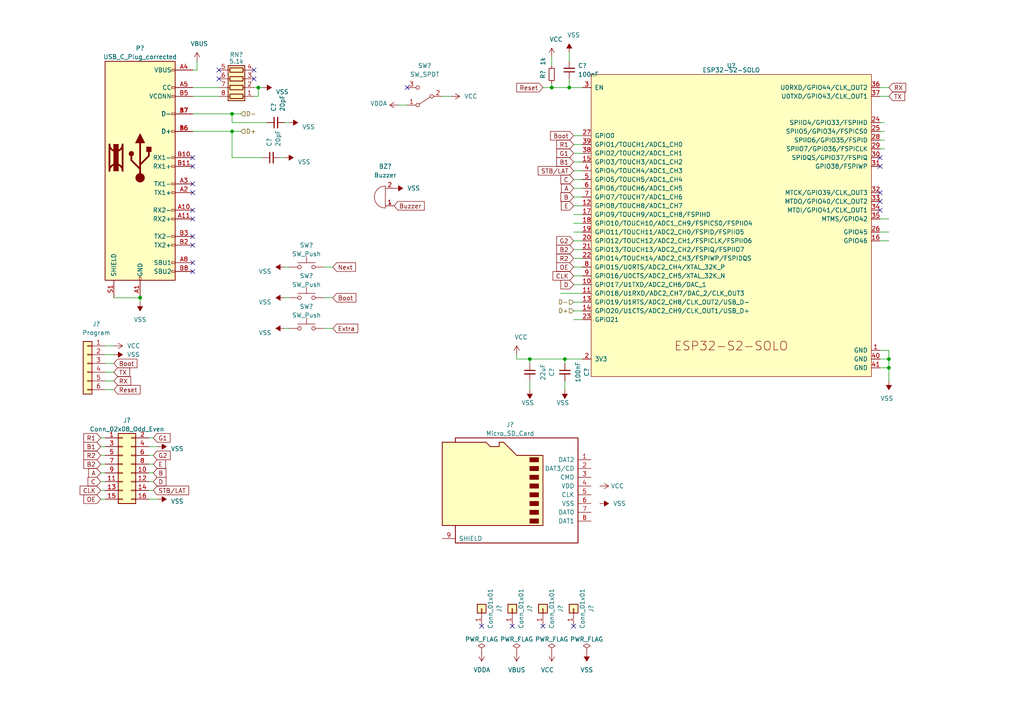
<source format=kicad_sch>
(kicad_sch (version 20220126) (generator eeschema)
  (paper "A4")
  (lib_symbols
    (symbol "Connector:Micro_SD_Card" (pin_names (offset 1.016))
      (property "Reference" "J" (at -16.51 15.24 0))
      (property "Value" "Micro_SD_Card" (at 16.51 15.24 0))
      (symbol "Micro_SD_Card_0_1"
        (rectangle (start -7.62 -9.525) (end -5.08 -10.795) (fill (type outline)))
        (rectangle (start -7.62 -6.985) (end -5.08 -8.255) (fill (type outline)))
        (rectangle (start -7.62 -4.445) (end -5.08 -5.715) (fill (type outline)))
        (rectangle (start -7.62 -1.905) (end -5.08 -3.175) (fill (type outline)))
        (rectangle (start -7.62 0.635) (end -5.08 -0.635) (fill (type outline)))
        (rectangle (start -7.62 3.175) (end -5.08 1.905) (fill (type outline)))
        (rectangle (start -7.62 5.715) (end -5.08 4.445) (fill (type outline)))
        (rectangle (start -7.62 8.255) (end -5.08 6.985) (fill (type outline)))
        (polyline (pts (xy 16.51 12.7) (xy 16.51 13.97) (xy -19.05 13.97) (xy -19.05 -16.51) (xy 16.51 -16.51) (xy 16.51 -11.43)) (stroke (width 0.254)))
        (polyline (pts (xy -8.89 -11.43) (xy -8.89 8.89) (xy -1.27 8.89) (xy 2.54 12.7) (xy 3.81 12.7) (xy 3.81 11.43) (xy 6.35 11.43) (xy 7.62 12.7) (xy 20.32 12.7) (xy 20.32 -11.43) (xy -8.89 -11.43)) (stroke (width 0.254)) (fill (type background)))
      )
      (symbol "Micro_SD_Card_1_1"
        (pin bidirectional line (at -22.86 7.62 0) (length 3.81) (name "DAT2") (number "1"))
        (pin bidirectional line (at -22.86 5.08 0) (length 3.81) (name "DAT3/CD") (number "2"))
        (pin input line (at -22.86 2.54 0) (length 3.81) (name "CMD") (number "3"))
        (pin power_in line (at -22.86 0 0) (length 3.81) (name "VDD") (number "4"))
        (pin input line (at -22.86 -2.54 0) (length 3.81) (name "CLK") (number "5"))
        (pin power_in line (at -22.86 -5.08 0) (length 3.81) (name "VSS") (number "6"))
        (pin bidirectional line (at -22.86 -7.62 0) (length 3.81) (name "DAT0") (number "7"))
        (pin bidirectional line (at -22.86 -10.16 0) (length 3.81) (name "DAT1") (number "8"))
        (pin passive line (at 20.32 -15.24 180) (length 3.81) (name "SHIELD") (number "9"))
      )
    )
    (symbol "Connector_Generic:Conn_01x01" (pin_names (offset 1.016) hide)
      (property "Reference" "J" (at 0 2.54 0))
      (property "Value" "Conn_01x01" (at 0 -2.54 0))
      (symbol "Conn_01x01_1_1"
        (rectangle (start -1.27 0.127) (end 0 -0.127) (stroke (width 0.1524)))
        (rectangle (start -1.27 1.27) (end 1.27 -1.27) (stroke (width 0.254)) (fill (type background)))
        (pin passive line (at -5.08 0 0) (length 3.81) (name "Pin_1") (number "1"))
      )
    )
    (symbol "Connector_Generic:Conn_01x06" (pin_names (offset 1.016) hide)
      (property "Reference" "J" (at 0 7.62 0))
      (property "Value" "Conn_01x06" (at 0 -10.16 0))
      (symbol "Conn_01x06_1_1"
        (rectangle (start -1.27 -7.493) (end 0 -7.747) (stroke (width 0.1524)))
        (rectangle (start -1.27 -4.953) (end 0 -5.207) (stroke (width 0.1524)))
        (rectangle (start -1.27 -2.413) (end 0 -2.667) (stroke (width 0.1524)))
        (rectangle (start -1.27 0.127) (end 0 -0.127) (stroke (width 0.1524)))
        (rectangle (start -1.27 2.667) (end 0 2.413) (stroke (width 0.1524)))
        (rectangle (start -1.27 5.207) (end 0 4.953) (stroke (width 0.1524)))
        (rectangle (start -1.27 6.35) (end 1.27 -8.89) (stroke (width 0.254)) (fill (type background)))
        (pin passive line (at -5.08 5.08 0) (length 3.81) (name "Pin_1") (number "1"))
        (pin passive line (at -5.08 2.54 0) (length 3.81) (name "Pin_2") (number "2"))
        (pin passive line (at -5.08 0 0) (length 3.81) (name "Pin_3") (number "3"))
        (pin passive line (at -5.08 -2.54 0) (length 3.81) (name "Pin_4") (number "4"))
        (pin passive line (at -5.08 -5.08 0) (length 3.81) (name "Pin_5") (number "5"))
        (pin passive line (at -5.08 -7.62 0) (length 3.81) (name "Pin_6") (number "6"))
      )
    )
    (symbol "Connector_Generic:Conn_02x08_Odd_Even" (pin_names (offset 1.016) hide)
      (property "Reference" "J" (at 1.27 10.16 0))
      (property "Value" "Conn_02x08_Odd_Even" (at 1.27 -12.7 0))
      (symbol "Conn_02x08_Odd_Even_1_1"
        (rectangle (start -1.27 -10.033) (end 0 -10.287) (stroke (width 0.1524)))
        (rectangle (start -1.27 -7.493) (end 0 -7.747) (stroke (width 0.1524)))
        (rectangle (start -1.27 -4.953) (end 0 -5.207) (stroke (width 0.1524)))
        (rectangle (start -1.27 -2.413) (end 0 -2.667) (stroke (width 0.1524)))
        (rectangle (start -1.27 0.127) (end 0 -0.127) (stroke (width 0.1524)))
        (rectangle (start -1.27 2.667) (end 0 2.413) (stroke (width 0.1524)))
        (rectangle (start -1.27 5.207) (end 0 4.953) (stroke (width 0.1524)))
        (rectangle (start -1.27 7.747) (end 0 7.493) (stroke (width 0.1524)))
        (rectangle (start -1.27 8.89) (end 3.81 -11.43) (stroke (width 0.254)) (fill (type background)))
        (rectangle (start 3.81 -10.033) (end 2.54 -10.287) (stroke (width 0.1524)))
        (rectangle (start 3.81 -7.493) (end 2.54 -7.747) (stroke (width 0.1524)))
        (rectangle (start 3.81 -4.953) (end 2.54 -5.207) (stroke (width 0.1524)))
        (rectangle (start 3.81 -2.413) (end 2.54 -2.667) (stroke (width 0.1524)))
        (rectangle (start 3.81 0.127) (end 2.54 -0.127) (stroke (width 0.1524)))
        (rectangle (start 3.81 2.667) (end 2.54 2.413) (stroke (width 0.1524)))
        (rectangle (start 3.81 5.207) (end 2.54 4.953) (stroke (width 0.1524)))
        (rectangle (start 3.81 7.747) (end 2.54 7.493) (stroke (width 0.1524)))
        (pin passive line (at -5.08 7.62 0) (length 3.81) (name "Pin_1") (number "1"))
        (pin passive line (at 7.62 -2.54 180) (length 3.81) (name "Pin_10") (number "10"))
        (pin passive line (at -5.08 -5.08 0) (length 3.81) (name "Pin_11") (number "11"))
        (pin passive line (at 7.62 -5.08 180) (length 3.81) (name "Pin_12") (number "12"))
        (pin passive line (at -5.08 -7.62 0) (length 3.81) (name "Pin_13") (number "13"))
        (pin passive line (at 7.62 -7.62 180) (length 3.81) (name "Pin_14") (number "14"))
        (pin passive line (at -5.08 -10.16 0) (length 3.81) (name "Pin_15") (number "15"))
        (pin passive line (at 7.62 -10.16 180) (length 3.81) (name "Pin_16") (number "16"))
        (pin passive line (at 7.62 7.62 180) (length 3.81) (name "Pin_2") (number "2"))
        (pin passive line (at -5.08 5.08 0) (length 3.81) (name "Pin_3") (number "3"))
        (pin passive line (at 7.62 5.08 180) (length 3.81) (name "Pin_4") (number "4"))
        (pin passive line (at -5.08 2.54 0) (length 3.81) (name "Pin_5") (number "5"))
        (pin passive line (at 7.62 2.54 180) (length 3.81) (name "Pin_6") (number "6"))
        (pin passive line (at -5.08 0 0) (length 3.81) (name "Pin_7") (number "7"))
        (pin passive line (at 7.62 0 180) (length 3.81) (name "Pin_8") (number "8"))
        (pin passive line (at -5.08 -2.54 0) (length 3.81) (name "Pin_9") (number "9"))
      )
    )
    (symbol "Device:Buzzer" (pin_names (offset 0.0254) hide)
      (property "Reference" "BZ" (at 3.81 1.27 0))
      (property "Value" "Buzzer" (at 3.81 -1.27 0))
      (symbol "Buzzer_0_1"
        (arc (start 0 -3.175) (mid 3.175 0) (end 0 3.175))
        (polyline (pts (xy -1.651 1.905) (xy -1.143 1.905)))
        (polyline (pts (xy -1.397 2.159) (xy -1.397 1.651)))
        (polyline (pts (xy 0 3.175) (xy 0 -3.175)))
      )
      (symbol "Buzzer_1_1"
        (pin passive line (at -2.54 2.54 0) (length 2.54) (name "-") (number "1"))
        (pin passive line (at -2.54 -2.54 0) (length 2.54) (name "+") (number "2"))
      )
    )
    (symbol "Device:C_Small" (pin_numbers hide) (pin_names (offset 0.254) hide)
      (property "Reference" "C" (at 0.254 1.778 0))
      (property "Value" "C_Small" (at 0.254 -2.032 0))
      (symbol "C_Small_0_1"
        (polyline (pts (xy -1.524 -0.508) (xy 1.524 -0.508)) (stroke (width 0.3302)))
        (polyline (pts (xy -1.524 0.508) (xy 1.524 0.508)) (stroke (width 0.3048)))
      )
      (symbol "C_Small_1_1"
        (pin passive line (at 0 2.54 270) (length 2.032) (name "~") (number "1"))
        (pin passive line (at 0 -2.54 90) (length 2.032) (name "~") (number "2"))
      )
    )
    (symbol "Device:R_Pack04" (pin_names (offset 0) hide)
      (property "Reference" "RN" (at -7.62 0 90))
      (property "Value" "R_Pack04" (at 5.08 0 90))
      (symbol "R_Pack04_0_1"
        (rectangle (start -6.35 -2.413) (end 3.81 2.413) (stroke (width 0.254)) (fill (type background)))
        (rectangle (start -5.715 1.905) (end -4.445 -1.905) (stroke (width 0.254)))
        (rectangle (start -3.175 1.905) (end -1.905 -1.905) (stroke (width 0.254)))
        (rectangle (start -0.635 1.905) (end 0.635 -1.905) (stroke (width 0.254)))
        (polyline (pts (xy -5.08 -2.54) (xy -5.08 -1.905)))
        (polyline (pts (xy -5.08 1.905) (xy -5.08 2.54)))
        (polyline (pts (xy -2.54 -2.54) (xy -2.54 -1.905)))
        (polyline (pts (xy -2.54 1.905) (xy -2.54 2.54)))
        (polyline (pts (xy 0 -2.54) (xy 0 -1.905)))
        (polyline (pts (xy 0 1.905) (xy 0 2.54)))
        (polyline (pts (xy 2.54 -2.54) (xy 2.54 -1.905)))
        (polyline (pts (xy 2.54 1.905) (xy 2.54 2.54)))
        (rectangle (start 1.905 1.905) (end 3.175 -1.905) (stroke (width 0.254)))
      )
      (symbol "R_Pack04_1_1"
        (pin passive line (at -5.08 -5.08 90) (length 2.54) (name "R1.1") (number "1"))
        (pin passive line (at -2.54 -5.08 90) (length 2.54) (name "R2.1") (number "2"))
        (pin passive line (at 0 -5.08 90) (length 2.54) (name "R3.1") (number "3"))
        (pin passive line (at 2.54 -5.08 90) (length 2.54) (name "R4.1") (number "4"))
        (pin passive line (at 2.54 5.08 270) (length 2.54) (name "R4.2") (number "5"))
        (pin passive line (at 0 5.08 270) (length 2.54) (name "R3.2") (number "6"))
        (pin passive line (at -2.54 5.08 270) (length 2.54) (name "R2.2") (number "7"))
        (pin passive line (at -5.08 5.08 270) (length 2.54) (name "R1.2") (number "8"))
      )
    )
    (symbol "Device:R_Small" (pin_numbers hide) (pin_names (offset 0.254) hide)
      (property "Reference" "R" (at 0.762 0.508 0))
      (property "Value" "R_Small" (at 0.762 -1.016 0))
      (symbol "R_Small_0_1"
        (rectangle (start -0.762 1.778) (end 0.762 -1.778) (stroke (width 0.2032)))
      )
      (symbol "R_Small_1_1"
        (pin passive line (at 0 2.54 270) (length 0.762) (name "~") (number "1"))
        (pin passive line (at 0 -2.54 90) (length 0.762) (name "~") (number "2"))
      )
    )
    (symbol "Espressif:ESP32-S2-SOLO" (pin_names (offset 1.016))
      (property "Reference" "U" (at 0 43.18 0))
      (property "Value" "ESP32-S2-SOLO" (at 0 -46.99 0))
      (symbol "ESP32-S2-SOLO_0_1"
        (rectangle (start -40.64 41.91) (end 40.64 -45.72) (fill (type background)))
      )
      (symbol "ESP32-S2-SOLO_1_1"
        (text "ESP32-S2-SOLO" (at 0 -36.83 0) (effects (font (size 2.54 2.54))))
        (pin power_in line (at 43.18 -38.1 180) (length 2.54) (name "GND") (number "1"))
        (pin bidirectional line (at -43.18 -19.05 0) (length 2.54) (name "GPIO17/U1TXD/ADC2_CH6/DAC_1") (number "10"))
        (pin bidirectional line (at -43.18 -21.59 0) (length 2.54) (name "GPIO18/U1RXD/ADC2_CH7/DAC_2/CLK_OUT3") (number "11"))
        (pin bidirectional line (at -43.18 3.81 0) (length 2.54) (name "GPIO8/TOUCH8/ADC1_CH7") (number "12"))
        (pin bidirectional line (at -43.18 -24.13 0) (length 2.54) (name "GPIO19/U1RTS/ADC2_CH8/CLK_OUT2/USB_D-") (number "13"))
        (pin bidirectional line (at -43.18 -26.67 0) (length 2.54) (name "GPIO20/U1CTS/ADC2_CH9/CLK_OUT1/USB_D+") (number "14"))
        (pin bidirectional line (at -43.18 16.51 0) (length 2.54) (name "GPIO3/TOUCH3/ADC1_CH2") (number "15"))
        (pin input line (at 43.18 -6.35 180) (length 2.54) (name "GPIO46") (number "16"))
        (pin bidirectional line (at -43.18 1.27 0) (length 2.54) (name "GPIO9/TOUCH9/ADC1_CH8/FSPIHD") (number "17"))
        (pin bidirectional line (at -43.18 -1.27 0) (length 2.54) (name "GPIO10/TOUCH10/ADC1_CH9/FSPICS0/FSPIIO4") (number "18"))
        (pin bidirectional line (at -43.18 -3.81 0) (length 2.54) (name "GPIO11/TOUCH11/ADC2_CH0/FSPID/FSPIIO5") (number "19"))
        (pin power_in line (at -43.18 -40.64 0) (length 2.54) (name "3V3") (number "2"))
        (pin bidirectional line (at -43.18 -6.35 0) (length 2.54) (name "GPIO12/TOUCH12/ADC2_CH1/FSPICLK/FSPIIO6") (number "20"))
        (pin bidirectional line (at -43.18 -8.89 0) (length 2.54) (name "GPIO13/TOUCH13/ADC2_CH2/FSPIQ/FSPIIO7") (number "21"))
        (pin bidirectional line (at -43.18 -11.43 0) (length 2.54) (name "GPIO14/TOUCH14/ADC2_CH3/FSPIWP/FSPIDQS") (number "22"))
        (pin bidirectional line (at -43.18 -29.21 0) (length 2.54) (name "GPIO21") (number "23"))
        (pin bidirectional line (at 43.18 27.94 180) (length 2.54) (name "SPIIO4/GPIO33/FSPIHD") (number "24"))
        (pin bidirectional line (at 43.18 25.4 180) (length 2.54) (name "SPIIO5/GPIO34/FSPICS0") (number "25"))
        (pin bidirectional line (at 43.18 -3.81 180) (length 2.54) (name "GPIO45") (number "26"))
        (pin bidirectional line (at -43.18 24.13 0) (length 2.54) (name "GPIO0") (number "27"))
        (pin bidirectional line (at 43.18 22.86 180) (length 2.54) (name "SPIIO6/GPIO35/FSPID") (number "28"))
        (pin bidirectional line (at 43.18 20.32 180) (length 2.54) (name "SPIIO7/GPIO36/FSPICLK") (number "29"))
        (pin bidirectional line (at -43.18 38.1 0) (length 2.54) (name "EN") (number "3"))
        (pin bidirectional line (at 43.18 17.78 180) (length 2.54) (name "SPIDQS/GPIO37/FSPIQ") (number "30"))
        (pin bidirectional line (at 43.18 15.24 180) (length 2.54) (name "GPIO38/FSPIWP") (number "31"))
        (pin bidirectional line (at 43.18 7.62 180) (length 2.54) (name "MTCK/GPIO39/CLK_OUT3") (number "32"))
        (pin bidirectional line (at 43.18 5.08 180) (length 2.54) (name "MTDO/GPIO40/CLK_OUT2") (number "33"))
        (pin bidirectional line (at 43.18 2.54 180) (length 2.54) (name "MTDI/GPIO41/CLK_OUT1") (number "34"))
        (pin bidirectional line (at 43.18 0 180) (length 2.54) (name "MTMS/GPIO42") (number "35"))
        (pin bidirectional line (at 43.18 38.1 180) (length 2.54) (name "U0RXD/GPIO44/CLK_OUT2") (number "36"))
        (pin bidirectional line (at 43.18 35.56 180) (length 2.54) (name "U0TXD/GPIO43/CLK_OUT1") (number "37"))
        (pin bidirectional line (at -43.18 19.05 0) (length 2.54) (name "GPIO2/TOUCH2/ADC1_CH1") (number "38"))
        (pin bidirectional line (at -43.18 21.59 0) (length 2.54) (name "GPIO1/TOUCH1/ADC1_CH0") (number "39"))
        (pin bidirectional line (at -43.18 13.97 0) (length 2.54) (name "GPIO4/TOUCH4/ADC1_CH3") (number "4"))
        (pin input line (at 43.18 -40.64 180) (length 2.54) (name "GND") (number "40"))
        (pin input line (at 43.18 -43.18 180) (length 2.54) (name "GND") (number "41"))
        (pin bidirectional line (at -43.18 11.43 0) (length 2.54) (name "GPIO5/TOUCH5/ADC1_CH4") (number "5"))
        (pin bidirectional line (at -43.18 8.89 0) (length 2.54) (name "GPIO6/TOUCH6/ADC1_CH5") (number "6"))
        (pin bidirectional line (at -43.18 6.35 0) (length 2.54) (name "GPIO7/TOUCH7/ADC1_CH6") (number "7"))
        (pin bidirectional line (at -43.18 -13.97 0) (length 2.54) (name "GPIO15/U0RTS/ADC2_CH4/XTAL_32K_P") (number "8"))
        (pin bidirectional line (at -43.18 -16.51 0) (length 2.54) (name "GPIO16/U0CTS/ADC2_CH5/XTAL_32K_N") (number "9"))
      )
    )
    (symbol "Switch:SW_Push" (pin_numbers hide) (pin_names (offset 1.016) hide)
      (property "Reference" "SW" (at 1.27 2.54 0))
      (property "Value" "SW_Push" (at 0 -1.524 0))
      (symbol "SW_Push_0_1"
        (circle (center -2.032 0) (radius 0.508))
        (polyline (pts (xy 0 1.27) (xy 0 3.048)))
        (polyline (pts (xy 2.54 1.27) (xy -2.54 1.27)))
        (circle (center 2.032 0) (radius 0.508))
        (pin passive line (at -5.08 0 0) (length 2.54) (name "1") (number "1"))
        (pin passive line (at 5.08 0 180) (length 2.54) (name "2") (number "2"))
      )
    )
    (symbol "Switch:SW_SPDT" (pin_names (offset 0) hide)
      (property "Reference" "SW" (at 0 4.318 0))
      (property "Value" "SW_SPDT" (at 0 -5.08 0))
      (symbol "SW_SPDT_0_0"
        (circle (center -2.032 0) (radius 0.508))
        (circle (center 2.032 -2.54) (radius 0.508))
      )
      (symbol "SW_SPDT_0_1"
        (polyline (pts (xy -1.524 0.254) (xy 1.651 2.286)))
        (circle (center 2.032 2.54) (radius 0.508))
      )
      (symbol "SW_SPDT_1_1"
        (pin passive line (at 5.08 2.54 180) (length 2.54) (name "A") (number "1"))
        (pin passive line (at -5.08 0 0) (length 2.54) (name "B") (number "2"))
        (pin passive line (at 5.08 -2.54 180) (length 2.54) (name "C") (number "3"))
      )
    )
    (symbol "USB_C_Plug_corrected_1" (pin_names (offset 1.016))
      (property "Reference" "P" (at -10.16 29.21 0))
      (property "Value" "USB_C_Plug_corrected_1" (at 10.16 29.21 0))
      (symbol "USB_C_Plug_corrected_1_0_0"
        (rectangle (start -0.254 -35.56) (end 0.254 -34.544))
        (rectangle (start 10.16 -32.766) (end 9.144 -33.274))
        (rectangle (start 10.16 -30.226) (end 9.144 -30.734))
        (rectangle (start 10.16 -25.146) (end 9.144 -25.654))
        (rectangle (start 10.16 -22.606) (end 9.144 -23.114))
        (rectangle (start 10.16 -17.526) (end 9.144 -18.034))
        (rectangle (start 10.16 -14.986) (end 9.144 -15.494))
        (rectangle (start 10.16 -9.906) (end 9.144 -10.414))
        (rectangle (start 10.16 -7.366) (end 9.144 -7.874))
        (rectangle (start 10.16 -2.286) (end 9.144 -2.794))
        (rectangle (start 10.16 0.254) (end 9.144 -0.254))
        (rectangle (start 10.16 7.874) (end 9.144 7.366))
        (rectangle (start 10.16 12.954) (end 9.144 12.446))
        (rectangle (start 10.16 18.034) (end 9.144 17.526))
        (rectangle (start 10.16 20.574) (end 9.144 20.066))
        (rectangle (start 10.16 25.654) (end 9.144 25.146))
      )
      (symbol "USB_C_Plug_corrected_1_0_1"
        (rectangle (start -10.16 27.94) (end 10.16 -35.56) (stroke (width 0.254)) (fill (type background)))
        (arc (start -8.89 3.81) (mid -6.985 1.905) (end -5.08 3.81) (stroke (width 0.508)))
        (rectangle (start -7.62 -3.81) (end -6.35 3.81) (stroke (width 0.254)) (fill (type outline)))
        (arc (start -7.62 3.81) (mid -6.985 3.175) (end -6.35 3.81) (stroke (width 0.254)))
        (arc (start -7.62 3.81) (mid -6.985 3.175) (end -6.35 3.81) (stroke (width 0.254)) (fill (type outline)))
        (arc (start -6.35 -3.81) (mid -6.985 -3.175) (end -7.62 -3.81) (stroke (width 0.254)))
        (arc (start -6.35 -3.81) (mid -6.985 -3.175) (end -7.62 -3.81) (stroke (width 0.254)) (fill (type outline)))
        (arc (start -5.08 -3.81) (mid -6.985 -1.905) (end -8.89 -3.81) (stroke (width 0.508)))
        (polyline (pts (xy -8.89 -3.81) (xy -8.89 3.81)) (stroke (width 0.508)))
        (polyline (pts (xy -5.08 3.81) (xy -5.08 -3.81)) (stroke (width 0.508)))
      )
      (symbol "USB_C_Plug_corrected_1_1_1"
        (circle (center -2.54 1.143) (radius 0.635) (stroke (width 0.254)) (fill (type outline)))
        (circle (center 0 -5.842) (radius 1.27) (fill (type outline)))
        (polyline (pts (xy 0 -5.842) (xy 0 4.318)) (stroke (width 0.508)))
        (polyline (pts (xy 0 -3.302) (xy -2.54 -0.762) (xy -2.54 0.508)) (stroke (width 0.508)))
        (polyline (pts (xy 0 -2.032) (xy 2.54 0.508) (xy 2.54 1.778)) (stroke (width 0.508)))
        (polyline (pts (xy -1.27 4.318) (xy 0 6.858) (xy 1.27 4.318) (xy -1.27 4.318)) (stroke (width 0.254)) (fill (type outline)))
        (rectangle (start 1.905 1.778) (end 3.175 3.048) (stroke (width 0.254)) (fill (type outline)))
        (pin passive line (at 0 -40.64 90) (length 5.08) (name "GND") (number "A1"))
        (pin bidirectional line (at 15.24 -15.24 180) (length 5.08) (name "RX2-") (number "A10"))
        (pin bidirectional line (at 15.24 -17.78 180) (length 5.08) (name "RX2+") (number "A11"))
        (pin passive line (at 0 -40.64 90) (length 5.08) hide (name "GND") (number "A12"))
        (pin bidirectional line (at 15.24 -10.16 180) (length 5.08) (name "TX1+") (number "A2"))
        (pin bidirectional line (at 15.24 -7.62 180) (length 5.08) (name "TX1-") (number "A3"))
        (pin passive line (at 15.24 25.4 180) (length 5.08) (name "VBUS") (number "A4"))
        (pin bidirectional line (at 15.24 20.32 180) (length 5.08) (name "CC") (number "A5"))
        (pin bidirectional line (at 15.24 7.62 180) (length 5.08) (name "D+") (number "A6"))
        (pin bidirectional line (at 15.24 12.7 180) (length 5.08) (name "D-") (number "A7"))
        (pin bidirectional line (at 15.24 -30.48 180) (length 5.08) (name "SBU1") (number "A8"))
        (pin passive line (at 15.24 25.4 180) (length 5.08) hide (name "VBUS") (number "A9"))
        (pin passive line (at 0 -40.64 90) (length 5.08) hide (name "GND") (number "B1"))
        (pin bidirectional line (at 15.24 0 180) (length 5.08) (name "RX1-") (number "B10"))
        (pin bidirectional line (at 15.24 -2.54 180) (length 5.08) (name "RX1+") (number "B11"))
        (pin passive line (at 0 -40.64 90) (length 5.08) hide (name "GND") (number "B12"))
        (pin bidirectional line (at 15.24 -25.4 180) (length 5.08) (name "TX2+") (number "B2"))
        (pin bidirectional line (at 15.24 -22.86 180) (length 5.08) (name "TX2-") (number "B3"))
        (pin passive line (at 15.24 25.4 180) (length 5.08) hide (name "VBUS") (number "B4"))
        (pin bidirectional line (at 15.24 17.78 180) (length 5.08) (name "VCONN") (number "B5"))
        (pin bidirectional line (at 15.24 7.62 180) (length 5.08) (name "D+") (number "B6"))
        (pin bidirectional line (at 15.24 12.7 180) (length 5.08) (name "D-") (number "B7"))
        (pin bidirectional line (at 15.24 -33.02 180) (length 5.08) (name "SBU2") (number "B8"))
        (pin passive line (at 15.24 25.4 180) (length 5.08) hide (name "VBUS") (number "B9"))
        (pin passive line (at -7.62 -40.64 90) (length 5.08) (name "SHIELD") (number "S1"))
      )
    )
    (symbol "power:PWR_FLAG" (power) (pin_numbers hide) (pin_names (offset 0) hide)
      (property "Value" "PWR_FLAG" (at 0 3.81 0))
      (symbol "PWR_FLAG_0_0"
        (pin power_out line (at 0 0 90) (length 0) (name "pwr") (number "1"))
      )
      (symbol "PWR_FLAG_0_1"
        (polyline (pts (xy 0 0) (xy 0 1.27) (xy -1.016 1.905) (xy 0 2.54) (xy 1.016 1.905) (xy 0 1.27)))
      )
    )
    (symbol "power:VBUS" (power) (pin_names (offset 0))
      (property "Value" "VBUS" (at 0 3.81 0))
      (symbol "VBUS_0_1"
        (polyline (pts (xy -0.762 1.27) (xy 0 2.54)))
        (polyline (pts (xy 0 0) (xy 0 2.54)))
        (polyline (pts (xy 0 2.54) (xy 0.762 1.27)))
      )
      (symbol "VBUS_1_1"
        (pin power_in line (at 0 0 90) (length 0) hide (name "VBUS") (number "1"))
      )
    )
    (symbol "power:VCC" (power) (pin_names (offset 0))
      (property "Value" "VCC" (at 0 3.81 0))
      (symbol "VCC_0_1"
        (polyline (pts (xy -0.762 1.27) (xy 0 2.54)))
        (polyline (pts (xy 0 0) (xy 0 2.54)))
        (polyline (pts (xy 0 2.54) (xy 0.762 1.27)))
      )
      (symbol "VCC_1_1"
        (pin power_in line (at 0 0 90) (length 0) hide (name "VCC") (number "1"))
      )
    )
    (symbol "power:VDDA" (power) (pin_names (offset 0))
      (property "Value" "VDDA" (at 0 3.81 0))
      (symbol "VDDA_0_1"
        (polyline (pts (xy -0.762 1.27) (xy 0 2.54)))
        (polyline (pts (xy 0 0) (xy 0 2.54)))
        (polyline (pts (xy 0 2.54) (xy 0.762 1.27)))
      )
      (symbol "VDDA_1_1"
        (pin power_in line (at 0 0 90) (length 0) hide (name "VDDA") (number "1"))
      )
    )
    (symbol "power:VSS" (power) (pin_names (offset 0))
      (property "Value" "VSS" (at 0 3.81 0))
      (symbol "VSS_0_1"
        (polyline (pts (xy 0 0) (xy 0 2.54)))
        (polyline (pts (xy 0.762 1.27) (xy -0.762 1.27) (xy 0 2.54) (xy 0.762 1.27)) (fill (type outline)))
      )
      (symbol "VSS_1_1"
        (pin power_in line (at 0 0 90) (length 0) hide (name "VSS") (number "1"))
      )
    )
  )
  (junction (at 40.64 86.36))
  (junction (at 257.81 104.14))
  (junction (at 257.81 106.68))
  (junction (at 74.93 25.4) (diameter 0.9144))
  (junction (at 67.31 33.02) (diameter 0.9144))
  (junction (at 165.1 25.4))
  (junction (at 160.02 25.4) (diameter 0.9144))
  (junction (at 153.67 104.14))
  (junction (at 67.31 38.1) (diameter 0.9144))
  (junction (at 163.83 104.14))
  (no_connect (at 55.88 68.58))
  (no_connect (at 255.27 45.72))
  (no_connect (at 255.27 60.96))
  (no_connect (at 157.48 181.61))
  (no_connect (at 55.88 45.72))
  (no_connect (at 55.88 63.5))
  (no_connect (at 55.88 53.34))
  (no_connect (at 255.27 48.26))
  (no_connect (at 166.37 181.61))
  (no_connect (at 139.7 181.61))
  (no_connect (at 63.5 20.32))
  (no_connect (at 55.88 48.26))
  (no_connect (at 63.5 22.86))
  (no_connect (at 55.88 55.88))
  (no_connect (at 255.27 58.42))
  (no_connect (at 118.11 25.4))
  (no_connect (at 55.88 78.74))
  (no_connect (at 255.27 55.88))
  (no_connect (at 55.88 60.96))
  (no_connect (at 73.66 22.86))
  (no_connect (at 55.88 71.12))
  (no_connect (at 73.66 20.32))
  (no_connect (at 55.88 76.2))
  (no_connect (at 148.59 181.61))
  (wire (pts (xy 166.37 80.01) (xy 168.91 80.01)))
  (wire (pts (xy 29.21 142.24) (xy 30.48 142.24)))
  (wire (pts (xy 255.27 67.31) (xy 257.81 67.31)))
  (wire (pts (xy 30.48 113.03) (xy 33.02 113.03)))
  (wire (pts (xy 43.18 144.78) (xy 45.72 144.78)))
  (wire (pts (xy 166.37 92.71) (xy 168.91 92.71)))
  (wire (pts (xy 55.88 27.94) (xy 63.5 27.94)))
  (wire (pts (xy 43.18 132.08) (xy 44.45 132.08)))
  (wire (pts (xy 166.37 39.37) (xy 168.91 39.37)))
  (wire (pts (xy 81.28 45.72) (xy 82.55 45.72)))
  (wire (pts (xy 160.02 25.4) (xy 165.1 25.4)))
  (wire (pts (xy 29.21 139.7) (xy 30.48 139.7)))
  (wire (pts (xy 166.37 64.77) (xy 168.91 64.77)))
  (wire (pts (xy 157.48 25.4) (xy 160.02 25.4)))
  (wire (pts (xy 160.02 24.13) (xy 160.02 25.4)))
  (wire (pts (xy 29.21 137.16) (xy 30.48 137.16)))
  (wire (pts (xy 83.82 77.47) (xy 82.55 77.47)))
  (wire (pts (xy 255.27 43.18) (xy 256.54 43.18)))
  (wire (pts (xy 165.1 15.24) (xy 165.1 17.78)))
  (wire (pts (xy 29.21 129.54) (xy 30.48 129.54)))
  (wire (pts (xy 77.47 35.56) (xy 67.31 35.56)))
  (wire (pts (xy 162.56 85.09) (xy 168.91 85.09)))
  (wire (pts (xy 166.37 87.63) (xy 168.91 87.63)))
  (wire (pts (xy 153.67 104.14) (xy 163.83 104.14)))
  (wire (pts (xy 43.18 129.54) (xy 45.72 129.54)))
  (wire (pts (xy 166.37 41.91) (xy 168.91 41.91)))
  (wire (pts (xy 33.02 86.36) (xy 40.64 86.36)))
  (wire (pts (xy 166.37 44.45) (xy 168.91 44.45)))
  (wire (pts (xy 163.83 110.49) (xy 163.83 113.03)))
  (wire (pts (xy 255.27 104.14) (xy 257.81 104.14)))
  (wire (pts (xy 255.27 40.64) (xy 256.54 40.64)))
  (wire (pts (xy 149.86 104.14) (xy 153.67 104.14)))
  (wire (pts (xy 74.93 25.4) (xy 76.2 25.4)))
  (wire (pts (xy 93.98 95.25) (xy 96.52 95.25)))
  (wire (pts (xy 166.37 46.99) (xy 168.91 46.99)))
  (wire (pts (xy 40.64 86.36) (xy 40.64 87.63)))
  (wire (pts (xy 29.21 127) (xy 30.48 127)))
  (wire (pts (xy 165.1 22.86) (xy 165.1 25.4)))
  (wire (pts (xy 55.88 25.4) (xy 63.5 25.4)))
  (wire (pts (xy 153.67 110.49) (xy 153.67 113.03)))
  (wire (pts (xy 30.48 105.41) (xy 33.02 105.41)))
  (wire (pts (xy 166.37 72.39) (xy 168.91 72.39)))
  (wire (pts (xy 257.81 106.68) (xy 257.81 110.49)))
  (wire (pts (xy 257.81 104.14) (xy 257.81 106.68)))
  (wire (pts (xy 166.37 49.53) (xy 168.91 49.53)))
  (wire (pts (xy 165.1 25.4) (xy 168.91 25.4)))
  (wire (pts (xy 166.37 59.69) (xy 168.91 59.69)))
  (wire (pts (xy 163.83 104.14) (xy 163.83 105.41)))
  (wire (pts (xy 255.27 69.85) (xy 257.81 69.85)))
  (wire (pts (xy 166.37 82.55) (xy 168.91 82.55)))
  (wire (pts (xy 43.18 142.24) (xy 44.45 142.24)))
  (wire (pts (xy 166.37 52.07) (xy 168.91 52.07)))
  (wire (pts (xy 83.82 86.36) (xy 82.55 86.36)))
  (wire (pts (xy 255.27 35.56) (xy 256.54 35.56)))
  (wire (pts (xy 115.57 30.48) (xy 118.11 30.48)))
  (wire (pts (xy 43.18 134.62) (xy 44.45 134.62)))
  (wire (pts (xy 166.37 77.47) (xy 168.91 77.47)))
  (wire (pts (xy 166.37 62.23) (xy 168.91 62.23)))
  (wire (pts (xy 160.02 16.51) (xy 160.02 19.05)))
  (wire (pts (xy 43.18 127) (xy 44.45 127)))
  (wire (pts (xy 29.21 134.62) (xy 30.48 134.62)))
  (wire (pts (xy 67.31 45.72) (xy 67.31 38.1)))
  (wire (pts (xy 30.48 107.95) (xy 33.02 107.95)))
  (wire (pts (xy 57.15 17.78) (xy 57.15 20.32)))
  (wire (pts (xy 76.2 45.72) (xy 67.31 45.72)))
  (wire (pts (xy 30.48 102.87) (xy 33.02 102.87)))
  (wire (pts (xy 255.27 63.5) (xy 257.81 63.5)))
  (wire (pts (xy 166.37 69.85) (xy 168.91 69.85)))
  (wire (pts (xy 96.52 77.47) (xy 93.98 77.47)))
  (wire (pts (xy 255.27 101.6) (xy 257.81 101.6)))
  (wire (pts (xy 29.21 144.78) (xy 30.48 144.78)))
  (wire (pts (xy 93.98 86.36) (xy 96.52 86.36)))
  (wire (pts (xy 73.66 25.4) (xy 74.93 25.4)))
  (wire (pts (xy 30.48 110.49) (xy 33.02 110.49)))
  (wire (pts (xy 255.27 38.1) (xy 256.54 38.1)))
  (wire (pts (xy 255.27 106.68) (xy 257.81 106.68)))
  (wire (pts (xy 43.18 137.16) (xy 44.45 137.16)))
  (wire (pts (xy 255.27 27.94) (xy 257.81 27.94)))
  (wire (pts (xy 74.93 25.4) (xy 74.93 27.94)))
  (wire (pts (xy 67.31 38.1) (xy 69.85 38.1)))
  (wire (pts (xy 82.55 35.56) (xy 83.82 35.56)))
  (wire (pts (xy 43.18 139.7) (xy 44.45 139.7)))
  (wire (pts (xy 30.48 100.33) (xy 33.02 100.33)))
  (wire (pts (xy 163.83 104.14) (xy 168.91 104.14)))
  (wire (pts (xy 257.81 101.6) (xy 257.81 104.14)))
  (wire (pts (xy 166.37 57.15) (xy 168.91 57.15)))
  (wire (pts (xy 153.67 104.14) (xy 153.67 105.41)))
  (wire (pts (xy 55.88 33.02) (xy 67.31 33.02)))
  (wire (pts (xy 67.31 33.02) (xy 69.85 33.02)))
  (wire (pts (xy 166.37 90.17) (xy 168.91 90.17)))
  (wire (pts (xy 149.86 102.87) (xy 149.86 104.14)))
  (wire (pts (xy 73.66 27.94) (xy 74.93 27.94)))
  (wire (pts (xy 255.27 25.4) (xy 257.81 25.4)))
  (wire (pts (xy 55.88 38.1) (xy 67.31 38.1)))
  (wire (pts (xy 130.81 27.94) (xy 128.27 27.94)))
  (wire (pts (xy 166.37 74.93) (xy 168.91 74.93)))
  (wire (pts (xy 166.37 54.61) (xy 168.91 54.61)))
  (wire (pts (xy 83.82 95.25) (xy 82.55 95.25)))
  (wire (pts (xy 29.21 132.08) (xy 30.48 132.08)))
  (wire (pts (xy 67.31 35.56) (xy 67.31 33.02)))
  (wire (pts (xy 57.15 20.32) (xy 55.88 20.32)))
  (wire (pts (xy 166.37 67.31) (xy 168.91 67.31)))
  (global_label "B1" (shape input) (at 166.37 46.99 180) (property "Intersheetrefs" "${INTERSHEET_REFS}" (at 161.1435 46.99 0) (effects (justify right))))
  (global_label "G2" (shape input) (at 44.45 132.08 0) (property "Intersheetrefs" "${INTERSHEET_REFS}" (at 49.6765 132.08 0) (effects (justify left))))
  (global_label "C" (shape input) (at 166.37 52.07 180) (property "Intersheetrefs" "${INTERSHEET_REFS}" (at 162.353 52.07 0) (effects (justify right))))
  (global_label "TX" (shape input) (at 257.81 27.94 0) (property "Intersheet References" "${INTERSHEET_REFS}" (effects hide)))
  (global_label "Next" (shape input) (at 96.52 77.47 0) (property "Intersheet References" "${INTERSHEET_REFS}" (effects hide)))
  (global_label "OE" (shape input) (at 29.21 144.78 180) (property "Intersheetrefs" "${INTERSHEET_REFS}" (at 23.9835 144.78 0) (effects (justify right))))
  (global_label "R1" (shape input) (at 29.21 127 180) (property "Intersheetrefs" "${INTERSHEET_REFS}" (at 23.9835 127 0) (effects (justify right))))
  (global_label "R1" (shape input) (at 166.37 41.91 180) (property "Intersheetrefs" "${INTERSHEET_REFS}" (at 161.1435 41.91 0) (effects (justify right))))
  (global_label "D" (shape input) (at 44.45 139.7 0) (property "Intersheetrefs" "${INTERSHEET_REFS}" (at 48.467 139.7 0) (effects (justify left))))
  (global_label "R2" (shape input) (at 166.37 74.93 180) (property "Intersheetrefs" "${INTERSHEET_REFS}" (at 161.1435 74.93 0) (effects (justify right))))
  (global_label "Extra" (shape input) (at 96.52 95.25 0) (property "Intersheetrefs" "${INTERSHEET_REFS}" (effects hide)))
  (global_label "B1" (shape input) (at 29.21 129.54 180) (property "Intersheetrefs" "${INTERSHEET_REFS}" (at 23.9835 129.54 0) (effects (justify right))))
  (global_label "G2" (shape input) (at 166.37 69.85 180) (property "Intersheetrefs" "${INTERSHEET_REFS}" (at 161.1435 69.85 0) (effects (justify right))))
  (global_label "G1" (shape input) (at 44.45 127 0) (property "Intersheetrefs" "${INTERSHEET_REFS}" (at 49.6765 127 0) (effects (justify left))))
  (global_label "D" (shape input) (at 166.37 82.55 180) (property "Intersheetrefs" "${INTERSHEET_REFS}" (at 162.353 82.55 0) (effects (justify right))))
  (global_label "B" (shape input) (at 44.45 137.16 0) (property "Intersheetrefs" "${INTERSHEET_REFS}" (at 48.467 137.16 0) (effects (justify left))))
  (global_label "STB{slash}LAT" (shape input) (at 44.45 142.24 0) (property "Intersheetrefs" "${INTERSHEET_REFS}" (at 55.0589 142.24 0) (effects (justify left))))
  (global_label "A" (shape input) (at 166.37 54.61 180) (property "Intersheetrefs" "${INTERSHEET_REFS}" (at 162.5344 54.61 0) (effects (justify right))))
  (global_label "R2" (shape input) (at 29.21 132.08 180) (property "Intersheetrefs" "${INTERSHEET_REFS}" (at 23.9835 132.08 0) (effects (justify right))))
  (global_label "CLK" (shape input) (at 166.37 80.01 180) (property "Intersheetrefs" "${INTERSHEET_REFS}" (at 160.0549 80.01 0) (effects (justify right))))
  (global_label "B" (shape input) (at 166.37 57.15 180) (property "Intersheetrefs" "${INTERSHEET_REFS}" (at 162.353 57.15 0) (effects (justify right))))
  (global_label "Boot" (shape input) (at 33.02 105.41 0) (property "Intersheetrefs" "${INTERSHEET_REFS}" (effects hide)))
  (global_label "A" (shape input) (at 29.21 137.16 180) (property "Intersheetrefs" "${INTERSHEET_REFS}" (at 25.3744 137.16 0) (effects (justify right))))
  (global_label "RX" (shape input) (at 33.02 110.49 0) (property "Intersheet References" "${INTERSHEET_REFS}" (effects hide)))
  (global_label "C" (shape input) (at 29.21 139.7 180) (property "Intersheetrefs" "${INTERSHEET_REFS}" (at 25.193 139.7 0) (effects (justify right))))
  (global_label "RX" (shape input) (at 257.81 25.4 0) (property "Intersheet References" "${INTERSHEET_REFS}" (effects hide)))
  (global_label "E" (shape input) (at 44.45 134.62 0) (property "Intersheetrefs" "${INTERSHEET_REFS}" (at 48.346 134.62 0) (effects (justify left))))
  (global_label "Reset" (shape input) (at 157.48 25.4 180) (property "Intersheet References" "${INTERSHEET_REFS}" (effects hide)))
  (global_label "Reset" (shape input) (at 33.02 113.03 0) (property "Intersheet References" "${INTERSHEET_REFS}" (effects hide)))
  (global_label "G1" (shape input) (at 166.37 44.45 180) (property "Intersheetrefs" "${INTERSHEET_REFS}" (at 161.1435 44.45 0) (effects (justify right))))
  (global_label "Buzzer" (shape input) (at 114.3 59.69 0) (property "Intersheet References" "${INTERSHEET_REFS}" (effects hide)))
  (global_label "E" (shape input) (at 166.37 59.69 180) (property "Intersheetrefs" "${INTERSHEET_REFS}" (at 162.474 59.69 0) (effects (justify right))))
  (global_label "CLK" (shape input) (at 29.21 142.24 180) (property "Intersheetrefs" "${INTERSHEET_REFS}" (at 22.8949 142.24 0) (effects (justify right))))
  (global_label "STB{slash}LAT" (shape input) (at 166.37 49.53 180) (property "Intersheetrefs" "${INTERSHEET_REFS}" (at 155.7611 49.53 0) (effects (justify right))))
  (global_label "OE" (shape input) (at 166.37 77.47 180) (property "Intersheetrefs" "${INTERSHEET_REFS}" (at 161.1435 77.47 0) (effects (justify right))))
  (global_label "Boot" (shape input) (at 96.52 86.36 0) (property "Intersheetrefs" "${INTERSHEET_REFS}" (effects hide)))
  (global_label "Boot" (shape input) (at 166.37 39.37 180) (property "Intersheetrefs" "${INTERSHEET_REFS}" (effects hide)))
  (global_label "B2" (shape input) (at 166.37 72.39 180) (property "Intersheetrefs" "${INTERSHEET_REFS}" (at 161.1435 72.39 0) (effects (justify right))))
  (global_label "TX" (shape input) (at 33.02 107.95 0) (property "Intersheet References" "${INTERSHEET_REFS}" (effects hide)))
  (global_label "B2" (shape input) (at 29.21 134.62 180) (property "Intersheetrefs" "${INTERSHEET_REFS}" (at 23.9835 134.62 0) (effects (justify right))))
  (hierarchical_label "D+" (shape input) (at 69.85 38.1 0))
  (hierarchical_label "D-" (shape input) (at 166.37 87.63 180))
  (hierarchical_label "D+" (shape input) (at 166.37 90.17 180))
  (hierarchical_label "D-" (shape input) (at 69.85 33.02 0))
  (symbol (lib_name "USB_C_Plug_corrected_1") (lib_id "BadgePirates:USB_C_Plug_corrected") (at 40.64 45.72 0) (unit 1)
    (property "Reference" "P?" (at 40.64 13.97 0))
    (property "Value" "USB_C_Plug_corrected" (at 40.64 16.51 0))
    (property "Footprint" "BadgePirates:USB_C_Receptical-Jing" (effects hide))
    (property "Datasheet" "https://www.usb.org/sites/default/files/documents/usb_type-c.zip" (effects hide))
  )
  (symbol (lib_id "Device:C_Small") (at 78.74 45.72 90) (unit 1)
    (property "Reference" "C?" (at 78.105 42.545 0) (effects (justify left)))
    (property "Value" "20pF" (at 80.645 42.545 0) (effects (justify left)))
    (property "Footprint" "Capacitor_SMD:C_0805_2012Metric" (effects hide))
  )
  (symbol (lib_id "power:VSS") (at 114.3 54.61 270) (unit 1)
    (property "Reference" "#PWR?" (effects hide))
    (property "Value" "VSS" (at 118.11 54.61 90) (effects (justify left)))
  )
  (symbol (lib_id "Device:C_Small") (at 163.83 107.95 0) (unit 1)
    (property "Reference" "C?" (at 170.18 107.95 90))
    (property "Value" "100nF" (at 167.64 107.95 90))
    (property "Footprint" "Capacitor_SMD:C_0805_2012Metric" (effects hide))
  )
  (symbol (lib_id "Connector_Generic:Conn_01x06") (at 25.4 105.41 0) (mirror y) (unit 1)
    (property "Reference" "J?" (at 27.94 93.98 0))
    (property "Value" "Program" (at 27.94 96.52 0))
    (property "Footprint" "Connector_PinHeader_2.54mm:PinHeader_1x06_P2.54mm_Vertical" (effects hide))
  )
  (symbol (lib_id "power:VCC") (at 130.81 27.94 270) (unit 1)
    (property "Reference" "#PWR?" (effects hide))
    (property "Value" "VCC" (at 134.62 27.94 90) (effects (justify left)))
  )
  (symbol (lib_id "power:VSS") (at 163.83 113.03 180) (unit 1)
    (property "Reference" "#PWR?" (effects hide))
    (property "Value" "VSS" (at 165.1 116.84 0) (effects (justify left)))
  )
  (symbol (lib_id "Connector_Generic:Conn_01x01") (at 148.59 176.53 90) (unit 1)
    (property "Reference" "J?" (at 153.67 176.53 0))
    (property "Value" "Conn_01x01" (at 151.13 176.53 0))
    (property "Footprint" "cafebabe:SMD Spacer M2.5" (effects hide))
  )
  (symbol (lib_id "power:VDDA") (at 139.7 189.23 180) (unit 1)
    (property "Reference" "#PWR?" (effects hide))
    (property "Value" "VDDA" (at 142.24 194.31 0) (effects (justify left)))
  )
  (symbol (lib_id "power:VSS") (at 257.81 110.49 180) (unit 1)
    (property "Reference" "#PWR?" (effects hide))
    (property "Value" "VSS" (at 259.08 115.57 0) (effects (justify left)))
  )
  (symbol (lib_id "power:VSS") (at 153.67 113.03 180) (unit 1)
    (property "Reference" "#PWR?" (effects hide))
    (property "Value" "VSS" (at 154.94 116.84 0) (effects (justify left)))
  )
  (symbol (lib_id "power:VBUS") (at 149.86 189.23 180) (unit 1)
    (property "Reference" "#PWR?" (effects hide))
    (property "Value" "VBUS" (at 149.86 194.31 0))
  )
  (symbol (lib_id "Device:Buzzer") (at 111.76 57.15 180) (unit 1)
    (property "Reference" "BZ?" (at 111.76 48.26 0))
    (property "Value" "Buzzer" (at 111.76 50.8 0))
    (property "Footprint" "Bsides22:FUET-9032-Buzzer" (effects hide))
  )
  (symbol (lib_id "Espressif:ESP32-S2-SOLO") (at 212.09 63.5 0) (unit 1)
    (property "Reference" "U?" (at 212.09 19.05 0))
    (property "Value" "ESP32-S2-SOLO" (at 212.09 20.32 0))
    (property "Footprint" "Espressif:ESP32-S2-SOLO" (effects hide))
    (property "Datasheet" "https://www.espressif.com/sites/default/files/documentation/esp32-s2-solo_esp32-s2-solo-u_datasheet_en.pdf" (effects hide))
  )
  (symbol (lib_id "power:VSS") (at 82.55 86.36 90) (mirror x) (unit 1)
    (property "Reference" "#PWR?" (effects hide))
    (property "Value" "VSS" (at 78.74 87.63 90) (effects (justify left)))
  )
  (symbol (lib_id "power:PWR_FLAG") (at 149.86 189.23 0) (unit 1)
    (property "Reference" "#FLG?" (effects hide))
    (property "Value" "PWR_FLAG" (at 149.86 185.42 0))
  )
  (symbol (lib_id "power:VCC") (at 160.02 16.51 0) (unit 1)
    (property "Reference" "#PWR?" (effects hide))
    (property "Value" "VCC" (at 161.29 11.43 0))
  )
  (symbol (lib_id "power:VSS") (at 82.55 77.47 90) (mirror x) (unit 1)
    (property "Reference" "#PWR?" (effects hide))
    (property "Value" "VSS" (at 78.74 78.74 90) (effects (justify left)))
  )
  (symbol (lib_id "power:VSS") (at 45.72 129.54 270) (unit 1)
    (property "Reference" "#PWR?" (effects hide))
    (property "Value" "VSS" (at 49.53 130.175 90) (effects (justify left)))
  )
  (symbol (lib_id "power:VSS") (at 82.55 45.72 270) (unit 1)
    (property "Reference" "#PWR?" (effects hide))
    (property "Value" "VSS" (at 86.36 46.99 90) (effects (justify left)))
  )
  (symbol (lib_id "Device:C_Small") (at 80.01 35.56 90) (unit 1)
    (property "Reference" "C?" (at 79.375 32.385 0) (effects (justify left)))
    (property "Value" "20pF" (at 81.915 32.385 0) (effects (justify left)))
    (property "Footprint" "Capacitor_SMD:C_0805_2012Metric" (effects hide))
  )
  (symbol (lib_id "power:PWR_FLAG") (at 160.02 189.23 0) (unit 1)
    (property "Reference" "#FLG?" (effects hide))
    (property "Value" "PWR_FLAG" (at 160.02 185.42 0))
  )
  (symbol (lib_id "power:VDDA") (at 115.57 30.48 90) (unit 1)
    (property "Reference" "#PWR?" (effects hide))
    (property "Value" "VDDA" (at 112.3188 30.0228 90) (effects (justify left)))
  )
  (symbol (lib_id "Switch:SW_SPDT") (at 123.19 27.94 180) (unit 1)
    (property "Reference" "SW?" (at 123.19 19.05 0))
    (property "Value" "SW_SPDT" (at 123.19 21.59 0))
    (property "Footprint" "BreadBoardPwr:SK-3296S_switch" (effects hide))
  )
  (symbol (lib_id "power:VSS") (at 45.72 144.78 270) (unit 1)
    (property "Reference" "#PWR?" (effects hide))
    (property "Value" "VSS" (at 49.53 145.415 90) (effects (justify left)))
  )
  (symbol (lib_id "Connector_Generic:Conn_01x01") (at 157.48 176.53 90) (unit 1)
    (property "Reference" "J?" (at 162.56 176.53 0))
    (property "Value" "Conn_01x01" (at 160.02 176.53 0))
    (property "Footprint" "cafebabe:SMD Spacer M2.5" (effects hide))
  )
  (symbol (lib_id "Connector_Generic:Conn_01x01") (at 139.7 176.53 90) (unit 1)
    (property "Reference" "J?" (at 144.78 176.53 0))
    (property "Value" "Conn_01x01" (at 142.24 176.53 0))
    (property "Footprint" "cafebabe:SMD Spacer M2.5" (effects hide))
  )
  (symbol (lib_id "power:VCC") (at 33.02 100.33 270) (unit 1)
    (property "Reference" "#PWR?" (effects hide))
    (property "Value" "VCC" (at 36.83 100.33 90) (effects (justify left)))
  )
  (symbol (lib_id "power:VSS") (at 76.2 25.4 270) (unit 1)
    (property "Reference" "#PWR?" (effects hide))
    (property "Value" "VSS" (at 80.01 26.67 90) (effects (justify left)))
  )
  (symbol (lib_id "power:VSS") (at 165.1 15.24 0) (unit 1)
    (property "Reference" "#PWR?" (effects hide))
    (property "Value" "VSS" (at 166.37 10.16 0))
  )
  (symbol (lib_id "Connector_Generic:Conn_01x01") (at 166.37 176.53 90) (unit 1)
    (property "Reference" "J?" (at 171.45 176.53 0))
    (property "Value" "Conn_01x01" (at 168.91 176.53 0))
    (property "Footprint" "cafebabe:SMD Spacer M2.5" (effects hide))
  )
  (symbol (lib_id "power:VBUS") (at 57.15 17.78 0) (unit 1)
    (property "Reference" "#PWR?" (effects hide))
    (property "Value" "VBUS" (at 57.785 12.7 0))
  )
  (symbol (lib_id "Device:C_Small") (at 153.67 107.95 0) (unit 1)
    (property "Reference" "C?" (at 160.02 107.95 90))
    (property "Value" "22uF" (at 157.48 107.95 90))
    (property "Footprint" "Capacitor_SMD:C_0805_2012Metric" (effects hide))
  )
  (symbol (lib_id "power:PWR_FLAG") (at 139.7 189.23 0) (unit 1)
    (property "Reference" "#FLG?" (effects hide))
    (property "Value" "PWR_FLAG" (at 139.7 185.42 0))
  )
  (symbol (lib_id "Connector:Micro_SD_Card") (at 148.59 140.97 0) (mirror y) (unit 1)
    (property "Reference" "J?" (at 147.955 123.19 0))
    (property "Value" "Micro_SD_Card" (at 147.955 125.73 0))
    (property "Datasheet" "http://katalog.we-online.de/em/datasheet/693072010801.pdf" (effects hide))
  )
  (symbol (lib_id "power:VSS") (at 82.55 95.25 90) (mirror x) (unit 1)
    (property "Reference" "#PWR?" (effects hide))
    (property "Value" "VSS" (at 78.74 96.52 90) (effects (justify left)))
  )
  (symbol (lib_id "Switch:SW_Push") (at 88.9 86.36 0) (unit 1)
    (property "Reference" "SW?" (at 88.9 80.01 0))
    (property "Value" "SW_Push" (at 88.9 82.55 0))
    (property "Footprint" "Button_Switch_SMD:SW_SPST_SKQG_WithoutStem" (effects hide))
  )
  (symbol (lib_id "power:VSS") (at 83.82 35.56 270) (unit 1)
    (property "Reference" "#PWR?" (effects hide))
    (property "Value" "VSS" (at 87.63 36.83 90) (effects (justify left)))
  )
  (symbol (lib_id "power:PWR_FLAG") (at 170.18 189.23 0) (unit 1)
    (property "Reference" "#FLG?" (effects hide))
    (property "Value" "PWR_FLAG" (at 170.18 185.42 0))
  )
  (symbol (lib_id "power:VSS") (at 40.64 87.63 180) (unit 1)
    (property "Reference" "#PWR?" (effects hide))
    (property "Value" "VSS" (at 40.64 92.71 0))
  )
  (symbol (lib_id "power:VSS") (at 170.18 189.23 180) (unit 1)
    (property "Reference" "#PWR?" (effects hide))
    (property "Value" "VSS" (at 170.18 194.31 0))
  )
  (symbol (lib_id "power:VSS") (at 33.02 102.87 270) (unit 1)
    (property "Reference" "#PWR?" (effects hide))
    (property "Value" "VSS" (at 36.83 102.87 90) (effects (justify left)))
  )
  (symbol (lib_id "Device:C_Small") (at 165.1 20.32 180) (unit 1)
    (property "Reference" "C?" (at 167.64 19.05 0) (effects (justify right)))
    (property "Value" "100nF" (at 167.64 21.59 0) (effects (justify right)))
    (property "Footprint" "Capacitor_SMD:C_0805_2012Metric" (effects hide))
  )
  (symbol (lib_id "power:VCC") (at 173.99 140.97 270) (unit 1)
    (property "Reference" "#PWR?" (effects hide))
    (property "Value" "VCC" (at 179.07 140.97 90))
  )
  (symbol (lib_id "Device:R_Small") (at 160.02 21.59 180) (unit 1)
    (property "Reference" "R?" (at 157.48 21.59 90))
    (property "Value" "1k" (at 157.48 17.78 90))
    (property "Footprint" "Resistor_SMD:R_0805_2012Metric" (effects hide))
  )
  (symbol (lib_id "Switch:SW_Push") (at 88.9 77.47 0) (mirror y) (unit 1)
    (property "Reference" "SW?" (at 88.9 71.12 0))
    (property "Value" "SW_Push" (at 88.9 73.66 0))
    (property "Footprint" "Button_Switch_SMD:SW_SPST_SKQG_WithoutStem" (effects hide))
  )
  (symbol (lib_id "Device:R_Pack04") (at 68.58 22.86 90) (unit 1)
    (property "Reference" "RN?" (at 68.58 15.875 90))
    (property "Value" "5.1k" (at 68.58 17.78 90))
    (property "Footprint" "Resistor_SMD:R_Array_Convex_4x0603" (effects hide))
  )
  (symbol (lib_id "power:VSS") (at 173.99 146.05 270) (unit 1)
    (property "Reference" "#PWR?" (effects hide))
    (property "Value" "VSS" (at 177.8 146.05 90) (effects (justify left)))
  )
  (symbol (lib_id "power:VCC") (at 160.02 189.23 180) (unit 1)
    (property "Reference" "#PWR?" (effects hide))
    (property "Value" "VCC" (at 158.75 194.31 0))
  )
  (symbol (lib_id "Connector_Generic:Conn_02x08_Odd_Even") (at 35.56 134.62 0) (unit 1)
    (property "Reference" "J?" (at 36.83 121.92 0))
    (property "Value" "Conn_02x08_Odd_Even" (at 36.83 124.46 0))
  )
  (symbol (lib_id "power:VCC") (at 149.86 102.87 0) (unit 1)
    (property "Reference" "#PWR?" (effects hide))
    (property "Value" "VCC" (at 151.13 97.79 0))
  )
  (symbol (lib_id "Switch:SW_Push") (at 88.9 95.25 0) (unit 1)
    (property "Reference" "SW?" (at 88.9 88.9 0))
    (property "Value" "SW_Push" (at 88.9 91.44 0))
    (property "Footprint" "Button_Switch_SMD:SW_SPST_SKQG_WithoutStem" (effects hide))
  )
)
</source>
